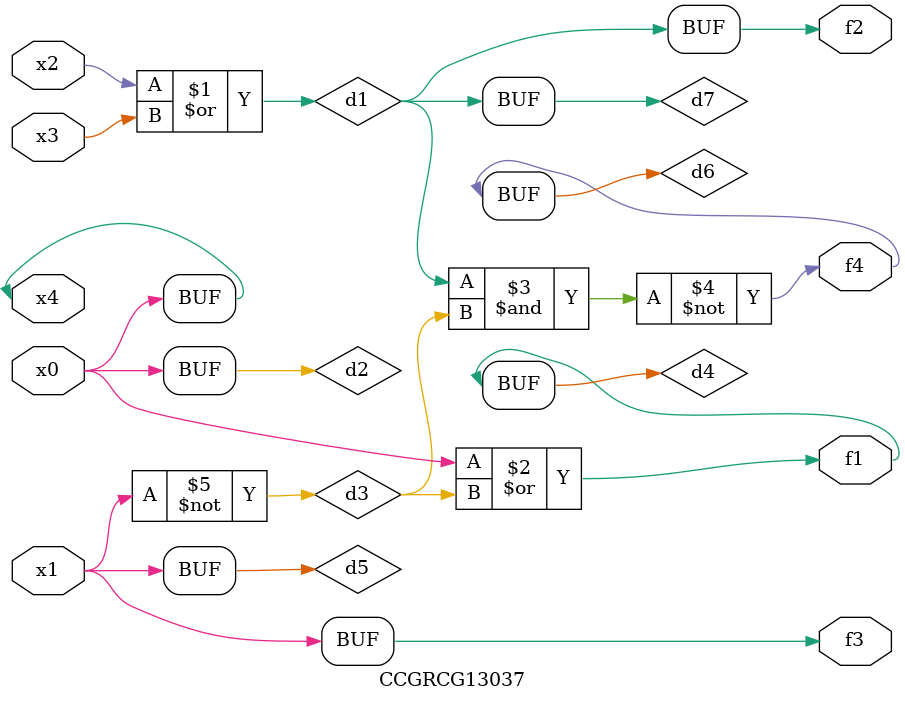
<source format=v>
module CCGRCG13037(
	input x0, x1, x2, x3, x4,
	output f1, f2, f3, f4
);

	wire d1, d2, d3, d4, d5, d6, d7;

	or (d1, x2, x3);
	buf (d2, x0, x4);
	not (d3, x1);
	or (d4, d2, d3);
	not (d5, d3);
	nand (d6, d1, d3);
	or (d7, d1);
	assign f1 = d4;
	assign f2 = d7;
	assign f3 = d5;
	assign f4 = d6;
endmodule

</source>
